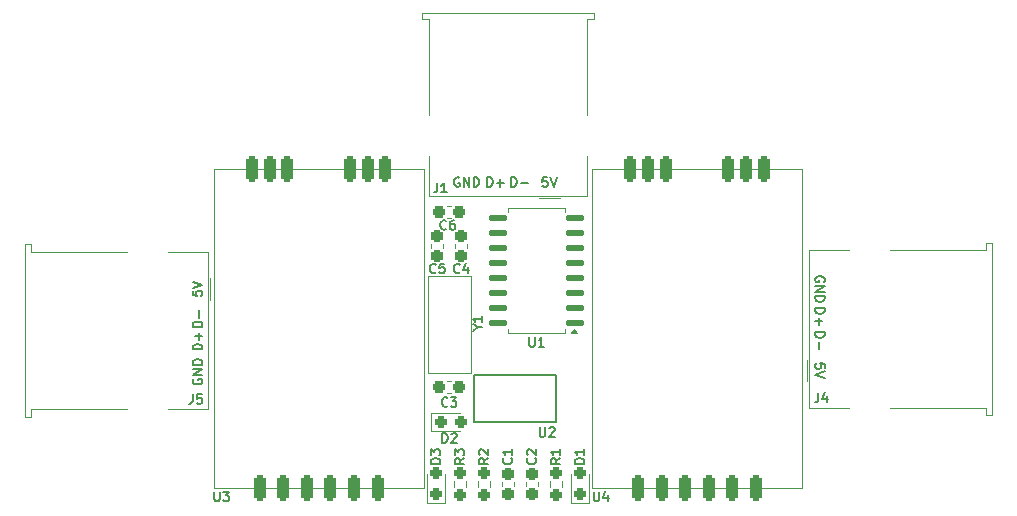
<source format=gto>
G04 #@! TF.GenerationSoftware,KiCad,Pcbnew,8.0.5*
G04 #@! TF.CreationDate,2024-09-26T10:19:01+02:00*
G04 #@! TF.ProjectId,BL-R8812AF1 2x mount,424c2d52-3838-4313-9241-463120327820,rev?*
G04 #@! TF.SameCoordinates,Original*
G04 #@! TF.FileFunction,Legend,Top*
G04 #@! TF.FilePolarity,Positive*
%FSLAX46Y46*%
G04 Gerber Fmt 4.6, Leading zero omitted, Abs format (unit mm)*
G04 Created by KiCad (PCBNEW 8.0.5) date 2024-09-26 10:19:01*
%MOMM*%
%LPD*%
G01*
G04 APERTURE LIST*
G04 Aperture macros list*
%AMRoundRect*
0 Rectangle with rounded corners*
0 $1 Rounding radius*
0 $2 $3 $4 $5 $6 $7 $8 $9 X,Y pos of 4 corners*
0 Add a 4 corners polygon primitive as box body*
4,1,4,$2,$3,$4,$5,$6,$7,$8,$9,$2,$3,0*
0 Add four circle primitives for the rounded corners*
1,1,$1+$1,$2,$3*
1,1,$1+$1,$4,$5*
1,1,$1+$1,$6,$7*
1,1,$1+$1,$8,$9*
0 Add four rect primitives between the rounded corners*
20,1,$1+$1,$2,$3,$4,$5,0*
20,1,$1+$1,$4,$5,$6,$7,0*
20,1,$1+$1,$6,$7,$8,$9,0*
20,1,$1+$1,$8,$9,$2,$3,0*%
G04 Aperture macros list end*
%ADD10C,0.150000*%
%ADD11C,0.120000*%
%ADD12C,0.100000*%
%ADD13C,0.152400*%
%ADD14RoundRect,0.237500X-0.287500X-0.237500X0.287500X-0.237500X0.287500X0.237500X-0.287500X0.237500X0*%
%ADD15RoundRect,0.237500X0.300000X0.237500X-0.300000X0.237500X-0.300000X-0.237500X0.300000X-0.237500X0*%
%ADD16RoundRect,0.237500X0.237500X-0.300000X0.237500X0.300000X-0.237500X0.300000X-0.237500X-0.300000X0*%
%ADD17RoundRect,0.237500X0.237500X-0.287500X0.237500X0.287500X-0.237500X0.287500X-0.237500X-0.287500X0*%
%ADD18RoundRect,0.237500X-0.237500X0.250000X-0.237500X-0.250000X0.237500X-0.250000X0.237500X0.250000X0*%
%ADD19RoundRect,0.237500X0.237500X-0.250000X0.237500X0.250000X-0.237500X0.250000X-0.237500X-0.250000X0*%
%ADD20RoundRect,0.237500X-0.237500X0.300000X-0.237500X-0.300000X0.237500X-0.300000X0.237500X0.300000X0*%
%ADD21R,2.400000X3.150000*%
%ADD22C,4.000000*%
%ADD23RoundRect,0.275000X0.275000X-0.825000X0.275000X0.825000X-0.275000X0.825000X-0.275000X-0.825000X0*%
%ADD24RoundRect,0.137500X0.662500X0.137500X-0.662500X0.137500X-0.662500X-0.137500X0.662500X-0.137500X0*%
%ADD25R,1.600000X1.500000*%
%ADD26C,1.600000*%
%ADD27C,3.000000*%
%ADD28R,1.500000X1.600000*%
%ADD29R,3.200400X1.549400*%
%ADD30R,0.900800X1.549400*%
G04 APERTURE END LIST*
D10*
X100313295Y-85689887D02*
X100313295Y-86070839D01*
X100313295Y-86070839D02*
X100694247Y-86108935D01*
X100694247Y-86108935D02*
X100656152Y-86070839D01*
X100656152Y-86070839D02*
X100618057Y-85994649D01*
X100618057Y-85994649D02*
X100618057Y-85804173D01*
X100618057Y-85804173D02*
X100656152Y-85727982D01*
X100656152Y-85727982D02*
X100694247Y-85689887D01*
X100694247Y-85689887D02*
X100770438Y-85651792D01*
X100770438Y-85651792D02*
X100960914Y-85651792D01*
X100960914Y-85651792D02*
X101037104Y-85689887D01*
X101037104Y-85689887D02*
X101075200Y-85727982D01*
X101075200Y-85727982D02*
X101113295Y-85804173D01*
X101113295Y-85804173D02*
X101113295Y-85994649D01*
X101113295Y-85994649D02*
X101075200Y-86070839D01*
X101075200Y-86070839D02*
X101037104Y-86108935D01*
X100313295Y-85423220D02*
X101113295Y-85156553D01*
X101113295Y-85156553D02*
X100313295Y-84889887D01*
X153813704Y-92237112D02*
X153813704Y-91856160D01*
X153813704Y-91856160D02*
X153432752Y-91818064D01*
X153432752Y-91818064D02*
X153470847Y-91856160D01*
X153470847Y-91856160D02*
X153508942Y-91932350D01*
X153508942Y-91932350D02*
X153508942Y-92122826D01*
X153508942Y-92122826D02*
X153470847Y-92199017D01*
X153470847Y-92199017D02*
X153432752Y-92237112D01*
X153432752Y-92237112D02*
X153356561Y-92275207D01*
X153356561Y-92275207D02*
X153166085Y-92275207D01*
X153166085Y-92275207D02*
X153089895Y-92237112D01*
X153089895Y-92237112D02*
X153051800Y-92199017D01*
X153051800Y-92199017D02*
X153013704Y-92122826D01*
X153013704Y-92122826D02*
X153013704Y-91932350D01*
X153013704Y-91932350D02*
X153051800Y-91856160D01*
X153051800Y-91856160D02*
X153089895Y-91818064D01*
X153813704Y-92503779D02*
X153013704Y-92770446D01*
X153013704Y-92770446D02*
X153813704Y-93037112D01*
X130337112Y-76056295D02*
X129956160Y-76056295D01*
X129956160Y-76056295D02*
X129918064Y-76437247D01*
X129918064Y-76437247D02*
X129956160Y-76399152D01*
X129956160Y-76399152D02*
X130032350Y-76361057D01*
X130032350Y-76361057D02*
X130222826Y-76361057D01*
X130222826Y-76361057D02*
X130299017Y-76399152D01*
X130299017Y-76399152D02*
X130337112Y-76437247D01*
X130337112Y-76437247D02*
X130375207Y-76513438D01*
X130375207Y-76513438D02*
X130375207Y-76703914D01*
X130375207Y-76703914D02*
X130337112Y-76780104D01*
X130337112Y-76780104D02*
X130299017Y-76818200D01*
X130299017Y-76818200D02*
X130222826Y-76856295D01*
X130222826Y-76856295D02*
X130032350Y-76856295D01*
X130032350Y-76856295D02*
X129956160Y-76818200D01*
X129956160Y-76818200D02*
X129918064Y-76780104D01*
X130603779Y-76056295D02*
X130870446Y-76856295D01*
X130870446Y-76856295D02*
X131137112Y-76056295D01*
X100351390Y-93144792D02*
X100313295Y-93220982D01*
X100313295Y-93220982D02*
X100313295Y-93335268D01*
X100313295Y-93335268D02*
X100351390Y-93449554D01*
X100351390Y-93449554D02*
X100427580Y-93525744D01*
X100427580Y-93525744D02*
X100503771Y-93563839D01*
X100503771Y-93563839D02*
X100656152Y-93601935D01*
X100656152Y-93601935D02*
X100770438Y-93601935D01*
X100770438Y-93601935D02*
X100922819Y-93563839D01*
X100922819Y-93563839D02*
X100999009Y-93525744D01*
X100999009Y-93525744D02*
X101075200Y-93449554D01*
X101075200Y-93449554D02*
X101113295Y-93335268D01*
X101113295Y-93335268D02*
X101113295Y-93259077D01*
X101113295Y-93259077D02*
X101075200Y-93144792D01*
X101075200Y-93144792D02*
X101037104Y-93106696D01*
X101037104Y-93106696D02*
X100770438Y-93106696D01*
X100770438Y-93106696D02*
X100770438Y-93259077D01*
X101113295Y-92763839D02*
X100313295Y-92763839D01*
X100313295Y-92763839D02*
X101113295Y-92306696D01*
X101113295Y-92306696D02*
X100313295Y-92306696D01*
X101113295Y-91925744D02*
X100313295Y-91925744D01*
X100313295Y-91925744D02*
X100313295Y-91735268D01*
X100313295Y-91735268D02*
X100351390Y-91620982D01*
X100351390Y-91620982D02*
X100427580Y-91544792D01*
X100427580Y-91544792D02*
X100503771Y-91506697D01*
X100503771Y-91506697D02*
X100656152Y-91468601D01*
X100656152Y-91468601D02*
X100770438Y-91468601D01*
X100770438Y-91468601D02*
X100922819Y-91506697D01*
X100922819Y-91506697D02*
X100999009Y-91544792D01*
X100999009Y-91544792D02*
X101075200Y-91620982D01*
X101075200Y-91620982D02*
X101113295Y-91735268D01*
X101113295Y-91735268D02*
X101113295Y-91925744D01*
X122882207Y-76094390D02*
X122806017Y-76056295D01*
X122806017Y-76056295D02*
X122691731Y-76056295D01*
X122691731Y-76056295D02*
X122577445Y-76094390D01*
X122577445Y-76094390D02*
X122501255Y-76170580D01*
X122501255Y-76170580D02*
X122463160Y-76246771D01*
X122463160Y-76246771D02*
X122425064Y-76399152D01*
X122425064Y-76399152D02*
X122425064Y-76513438D01*
X122425064Y-76513438D02*
X122463160Y-76665819D01*
X122463160Y-76665819D02*
X122501255Y-76742009D01*
X122501255Y-76742009D02*
X122577445Y-76818200D01*
X122577445Y-76818200D02*
X122691731Y-76856295D01*
X122691731Y-76856295D02*
X122767922Y-76856295D01*
X122767922Y-76856295D02*
X122882207Y-76818200D01*
X122882207Y-76818200D02*
X122920303Y-76780104D01*
X122920303Y-76780104D02*
X122920303Y-76513438D01*
X122920303Y-76513438D02*
X122767922Y-76513438D01*
X123263160Y-76856295D02*
X123263160Y-76056295D01*
X123263160Y-76056295D02*
X123720303Y-76856295D01*
X123720303Y-76856295D02*
X123720303Y-76056295D01*
X124101255Y-76856295D02*
X124101255Y-76056295D01*
X124101255Y-76056295D02*
X124291731Y-76056295D01*
X124291731Y-76056295D02*
X124406017Y-76094390D01*
X124406017Y-76094390D02*
X124482207Y-76170580D01*
X124482207Y-76170580D02*
X124520302Y-76246771D01*
X124520302Y-76246771D02*
X124558398Y-76399152D01*
X124558398Y-76399152D02*
X124558398Y-76513438D01*
X124558398Y-76513438D02*
X124520302Y-76665819D01*
X124520302Y-76665819D02*
X124482207Y-76742009D01*
X124482207Y-76742009D02*
X124406017Y-76818200D01*
X124406017Y-76818200D02*
X124291731Y-76856295D01*
X124291731Y-76856295D02*
X124101255Y-76856295D01*
X153775609Y-84909207D02*
X153813704Y-84833017D01*
X153813704Y-84833017D02*
X153813704Y-84718731D01*
X153813704Y-84718731D02*
X153775609Y-84604445D01*
X153775609Y-84604445D02*
X153699419Y-84528255D01*
X153699419Y-84528255D02*
X153623228Y-84490160D01*
X153623228Y-84490160D02*
X153470847Y-84452064D01*
X153470847Y-84452064D02*
X153356561Y-84452064D01*
X153356561Y-84452064D02*
X153204180Y-84490160D01*
X153204180Y-84490160D02*
X153127990Y-84528255D01*
X153127990Y-84528255D02*
X153051800Y-84604445D01*
X153051800Y-84604445D02*
X153013704Y-84718731D01*
X153013704Y-84718731D02*
X153013704Y-84794922D01*
X153013704Y-84794922D02*
X153051800Y-84909207D01*
X153051800Y-84909207D02*
X153089895Y-84947303D01*
X153089895Y-84947303D02*
X153356561Y-84947303D01*
X153356561Y-84947303D02*
X153356561Y-84794922D01*
X153013704Y-85290160D02*
X153813704Y-85290160D01*
X153813704Y-85290160D02*
X153013704Y-85747303D01*
X153013704Y-85747303D02*
X153813704Y-85747303D01*
X153013704Y-86128255D02*
X153813704Y-86128255D01*
X153813704Y-86128255D02*
X153813704Y-86318731D01*
X153813704Y-86318731D02*
X153775609Y-86433017D01*
X153775609Y-86433017D02*
X153699419Y-86509207D01*
X153699419Y-86509207D02*
X153623228Y-86547302D01*
X153623228Y-86547302D02*
X153470847Y-86585398D01*
X153470847Y-86585398D02*
X153356561Y-86585398D01*
X153356561Y-86585398D02*
X153204180Y-86547302D01*
X153204180Y-86547302D02*
X153127990Y-86509207D01*
X153127990Y-86509207D02*
X153051800Y-86433017D01*
X153051800Y-86433017D02*
X153013704Y-86318731D01*
X153013704Y-86318731D02*
X153013704Y-86128255D01*
X101113295Y-88737839D02*
X100313295Y-88737839D01*
X100313295Y-88737839D02*
X100313295Y-88547363D01*
X100313295Y-88547363D02*
X100351390Y-88433077D01*
X100351390Y-88433077D02*
X100427580Y-88356887D01*
X100427580Y-88356887D02*
X100503771Y-88318792D01*
X100503771Y-88318792D02*
X100656152Y-88280696D01*
X100656152Y-88280696D02*
X100770438Y-88280696D01*
X100770438Y-88280696D02*
X100922819Y-88318792D01*
X100922819Y-88318792D02*
X100999009Y-88356887D01*
X100999009Y-88356887D02*
X101075200Y-88433077D01*
X101075200Y-88433077D02*
X101113295Y-88547363D01*
X101113295Y-88547363D02*
X101113295Y-88737839D01*
X100808533Y-87937839D02*
X100808533Y-87328316D01*
X127289160Y-76856295D02*
X127289160Y-76056295D01*
X127289160Y-76056295D02*
X127479636Y-76056295D01*
X127479636Y-76056295D02*
X127593922Y-76094390D01*
X127593922Y-76094390D02*
X127670112Y-76170580D01*
X127670112Y-76170580D02*
X127708207Y-76246771D01*
X127708207Y-76246771D02*
X127746303Y-76399152D01*
X127746303Y-76399152D02*
X127746303Y-76513438D01*
X127746303Y-76513438D02*
X127708207Y-76665819D01*
X127708207Y-76665819D02*
X127670112Y-76742009D01*
X127670112Y-76742009D02*
X127593922Y-76818200D01*
X127593922Y-76818200D02*
X127479636Y-76856295D01*
X127479636Y-76856295D02*
X127289160Y-76856295D01*
X128089160Y-76551533D02*
X128698684Y-76551533D01*
X153013704Y-89189160D02*
X153813704Y-89189160D01*
X153813704Y-89189160D02*
X153813704Y-89379636D01*
X153813704Y-89379636D02*
X153775609Y-89493922D01*
X153775609Y-89493922D02*
X153699419Y-89570112D01*
X153699419Y-89570112D02*
X153623228Y-89608207D01*
X153623228Y-89608207D02*
X153470847Y-89646303D01*
X153470847Y-89646303D02*
X153356561Y-89646303D01*
X153356561Y-89646303D02*
X153204180Y-89608207D01*
X153204180Y-89608207D02*
X153127990Y-89570112D01*
X153127990Y-89570112D02*
X153051800Y-89493922D01*
X153051800Y-89493922D02*
X153013704Y-89379636D01*
X153013704Y-89379636D02*
X153013704Y-89189160D01*
X153318466Y-89989160D02*
X153318466Y-90598684D01*
X153013704Y-87157160D02*
X153813704Y-87157160D01*
X153813704Y-87157160D02*
X153813704Y-87347636D01*
X153813704Y-87347636D02*
X153775609Y-87461922D01*
X153775609Y-87461922D02*
X153699419Y-87538112D01*
X153699419Y-87538112D02*
X153623228Y-87576207D01*
X153623228Y-87576207D02*
X153470847Y-87614303D01*
X153470847Y-87614303D02*
X153356561Y-87614303D01*
X153356561Y-87614303D02*
X153204180Y-87576207D01*
X153204180Y-87576207D02*
X153127990Y-87538112D01*
X153127990Y-87538112D02*
X153051800Y-87461922D01*
X153051800Y-87461922D02*
X153013704Y-87347636D01*
X153013704Y-87347636D02*
X153013704Y-87157160D01*
X153318466Y-87957160D02*
X153318466Y-88566684D01*
X153013704Y-88261922D02*
X153623228Y-88261922D01*
X101113295Y-90642839D02*
X100313295Y-90642839D01*
X100313295Y-90642839D02*
X100313295Y-90452363D01*
X100313295Y-90452363D02*
X100351390Y-90338077D01*
X100351390Y-90338077D02*
X100427580Y-90261887D01*
X100427580Y-90261887D02*
X100503771Y-90223792D01*
X100503771Y-90223792D02*
X100656152Y-90185696D01*
X100656152Y-90185696D02*
X100770438Y-90185696D01*
X100770438Y-90185696D02*
X100922819Y-90223792D01*
X100922819Y-90223792D02*
X100999009Y-90261887D01*
X100999009Y-90261887D02*
X101075200Y-90338077D01*
X101075200Y-90338077D02*
X101113295Y-90452363D01*
X101113295Y-90452363D02*
X101113295Y-90642839D01*
X100808533Y-89842839D02*
X100808533Y-89233316D01*
X101113295Y-89538077D02*
X100503771Y-89538077D01*
X125257160Y-76856295D02*
X125257160Y-76056295D01*
X125257160Y-76056295D02*
X125447636Y-76056295D01*
X125447636Y-76056295D02*
X125561922Y-76094390D01*
X125561922Y-76094390D02*
X125638112Y-76170580D01*
X125638112Y-76170580D02*
X125676207Y-76246771D01*
X125676207Y-76246771D02*
X125714303Y-76399152D01*
X125714303Y-76399152D02*
X125714303Y-76513438D01*
X125714303Y-76513438D02*
X125676207Y-76665819D01*
X125676207Y-76665819D02*
X125638112Y-76742009D01*
X125638112Y-76742009D02*
X125561922Y-76818200D01*
X125561922Y-76818200D02*
X125447636Y-76856295D01*
X125447636Y-76856295D02*
X125257160Y-76856295D01*
X126057160Y-76551533D02*
X126666684Y-76551533D01*
X126361922Y-76856295D02*
X126361922Y-76246771D01*
X121456524Y-98533295D02*
X121456524Y-97733295D01*
X121456524Y-97733295D02*
X121647000Y-97733295D01*
X121647000Y-97733295D02*
X121761286Y-97771390D01*
X121761286Y-97771390D02*
X121837476Y-97847580D01*
X121837476Y-97847580D02*
X121875571Y-97923771D01*
X121875571Y-97923771D02*
X121913667Y-98076152D01*
X121913667Y-98076152D02*
X121913667Y-98190438D01*
X121913667Y-98190438D02*
X121875571Y-98342819D01*
X121875571Y-98342819D02*
X121837476Y-98419009D01*
X121837476Y-98419009D02*
X121761286Y-98495200D01*
X121761286Y-98495200D02*
X121647000Y-98533295D01*
X121647000Y-98533295D02*
X121456524Y-98533295D01*
X122218428Y-97809485D02*
X122256524Y-97771390D01*
X122256524Y-97771390D02*
X122332714Y-97733295D01*
X122332714Y-97733295D02*
X122523190Y-97733295D01*
X122523190Y-97733295D02*
X122599381Y-97771390D01*
X122599381Y-97771390D02*
X122637476Y-97809485D01*
X122637476Y-97809485D02*
X122675571Y-97885676D01*
X122675571Y-97885676D02*
X122675571Y-97961866D01*
X122675571Y-97961866D02*
X122637476Y-98076152D01*
X122637476Y-98076152D02*
X122180333Y-98533295D01*
X122180333Y-98533295D02*
X122675571Y-98533295D01*
X121786667Y-80423104D02*
X121748571Y-80461200D01*
X121748571Y-80461200D02*
X121634286Y-80499295D01*
X121634286Y-80499295D02*
X121558095Y-80499295D01*
X121558095Y-80499295D02*
X121443809Y-80461200D01*
X121443809Y-80461200D02*
X121367619Y-80385009D01*
X121367619Y-80385009D02*
X121329524Y-80308819D01*
X121329524Y-80308819D02*
X121291428Y-80156438D01*
X121291428Y-80156438D02*
X121291428Y-80042152D01*
X121291428Y-80042152D02*
X121329524Y-79889771D01*
X121329524Y-79889771D02*
X121367619Y-79813580D01*
X121367619Y-79813580D02*
X121443809Y-79737390D01*
X121443809Y-79737390D02*
X121558095Y-79699295D01*
X121558095Y-79699295D02*
X121634286Y-79699295D01*
X121634286Y-79699295D02*
X121748571Y-79737390D01*
X121748571Y-79737390D02*
X121786667Y-79775485D01*
X122472381Y-79699295D02*
X122320000Y-79699295D01*
X122320000Y-79699295D02*
X122243809Y-79737390D01*
X122243809Y-79737390D02*
X122205714Y-79775485D01*
X122205714Y-79775485D02*
X122129524Y-79889771D01*
X122129524Y-79889771D02*
X122091428Y-80042152D01*
X122091428Y-80042152D02*
X122091428Y-80346914D01*
X122091428Y-80346914D02*
X122129524Y-80423104D01*
X122129524Y-80423104D02*
X122167619Y-80461200D01*
X122167619Y-80461200D02*
X122243809Y-80499295D01*
X122243809Y-80499295D02*
X122396190Y-80499295D01*
X122396190Y-80499295D02*
X122472381Y-80461200D01*
X122472381Y-80461200D02*
X122510476Y-80423104D01*
X122510476Y-80423104D02*
X122548571Y-80346914D01*
X122548571Y-80346914D02*
X122548571Y-80156438D01*
X122548571Y-80156438D02*
X122510476Y-80080247D01*
X122510476Y-80080247D02*
X122472381Y-80042152D01*
X122472381Y-80042152D02*
X122396190Y-80004057D01*
X122396190Y-80004057D02*
X122243809Y-80004057D01*
X122243809Y-80004057D02*
X122167619Y-80042152D01*
X122167619Y-80042152D02*
X122129524Y-80080247D01*
X122129524Y-80080247D02*
X122091428Y-80156438D01*
X122929667Y-84106104D02*
X122891571Y-84144200D01*
X122891571Y-84144200D02*
X122777286Y-84182295D01*
X122777286Y-84182295D02*
X122701095Y-84182295D01*
X122701095Y-84182295D02*
X122586809Y-84144200D01*
X122586809Y-84144200D02*
X122510619Y-84068009D01*
X122510619Y-84068009D02*
X122472524Y-83991819D01*
X122472524Y-83991819D02*
X122434428Y-83839438D01*
X122434428Y-83839438D02*
X122434428Y-83725152D01*
X122434428Y-83725152D02*
X122472524Y-83572771D01*
X122472524Y-83572771D02*
X122510619Y-83496580D01*
X122510619Y-83496580D02*
X122586809Y-83420390D01*
X122586809Y-83420390D02*
X122701095Y-83382295D01*
X122701095Y-83382295D02*
X122777286Y-83382295D01*
X122777286Y-83382295D02*
X122891571Y-83420390D01*
X122891571Y-83420390D02*
X122929667Y-83458485D01*
X123615381Y-83648961D02*
X123615381Y-84182295D01*
X123424905Y-83344200D02*
X123234428Y-83915628D01*
X123234428Y-83915628D02*
X123729667Y-83915628D01*
X120897667Y-84106104D02*
X120859571Y-84144200D01*
X120859571Y-84144200D02*
X120745286Y-84182295D01*
X120745286Y-84182295D02*
X120669095Y-84182295D01*
X120669095Y-84182295D02*
X120554809Y-84144200D01*
X120554809Y-84144200D02*
X120478619Y-84068009D01*
X120478619Y-84068009D02*
X120440524Y-83991819D01*
X120440524Y-83991819D02*
X120402428Y-83839438D01*
X120402428Y-83839438D02*
X120402428Y-83725152D01*
X120402428Y-83725152D02*
X120440524Y-83572771D01*
X120440524Y-83572771D02*
X120478619Y-83496580D01*
X120478619Y-83496580D02*
X120554809Y-83420390D01*
X120554809Y-83420390D02*
X120669095Y-83382295D01*
X120669095Y-83382295D02*
X120745286Y-83382295D01*
X120745286Y-83382295D02*
X120859571Y-83420390D01*
X120859571Y-83420390D02*
X120897667Y-83458485D01*
X121621476Y-83382295D02*
X121240524Y-83382295D01*
X121240524Y-83382295D02*
X121202428Y-83763247D01*
X121202428Y-83763247D02*
X121240524Y-83725152D01*
X121240524Y-83725152D02*
X121316714Y-83687057D01*
X121316714Y-83687057D02*
X121507190Y-83687057D01*
X121507190Y-83687057D02*
X121583381Y-83725152D01*
X121583381Y-83725152D02*
X121621476Y-83763247D01*
X121621476Y-83763247D02*
X121659571Y-83839438D01*
X121659571Y-83839438D02*
X121659571Y-84029914D01*
X121659571Y-84029914D02*
X121621476Y-84106104D01*
X121621476Y-84106104D02*
X121583381Y-84144200D01*
X121583381Y-84144200D02*
X121507190Y-84182295D01*
X121507190Y-84182295D02*
X121316714Y-84182295D01*
X121316714Y-84182295D02*
X121240524Y-84144200D01*
X121240524Y-84144200D02*
X121202428Y-84106104D01*
X121887167Y-95409104D02*
X121849071Y-95447200D01*
X121849071Y-95447200D02*
X121734786Y-95485295D01*
X121734786Y-95485295D02*
X121658595Y-95485295D01*
X121658595Y-95485295D02*
X121544309Y-95447200D01*
X121544309Y-95447200D02*
X121468119Y-95371009D01*
X121468119Y-95371009D02*
X121430024Y-95294819D01*
X121430024Y-95294819D02*
X121391928Y-95142438D01*
X121391928Y-95142438D02*
X121391928Y-95028152D01*
X121391928Y-95028152D02*
X121430024Y-94875771D01*
X121430024Y-94875771D02*
X121468119Y-94799580D01*
X121468119Y-94799580D02*
X121544309Y-94723390D01*
X121544309Y-94723390D02*
X121658595Y-94685295D01*
X121658595Y-94685295D02*
X121734786Y-94685295D01*
X121734786Y-94685295D02*
X121849071Y-94723390D01*
X121849071Y-94723390D02*
X121887167Y-94761485D01*
X122153833Y-94685295D02*
X122649071Y-94685295D01*
X122649071Y-94685295D02*
X122382405Y-94990057D01*
X122382405Y-94990057D02*
X122496690Y-94990057D01*
X122496690Y-94990057D02*
X122572881Y-95028152D01*
X122572881Y-95028152D02*
X122610976Y-95066247D01*
X122610976Y-95066247D02*
X122649071Y-95142438D01*
X122649071Y-95142438D02*
X122649071Y-95332914D01*
X122649071Y-95332914D02*
X122610976Y-95409104D01*
X122610976Y-95409104D02*
X122572881Y-95447200D01*
X122572881Y-95447200D02*
X122496690Y-95485295D01*
X122496690Y-95485295D02*
X122268119Y-95485295D01*
X122268119Y-95485295D02*
X122191928Y-95447200D01*
X122191928Y-95447200D02*
X122153833Y-95409104D01*
X121266295Y-100299475D02*
X120466295Y-100299475D01*
X120466295Y-100299475D02*
X120466295Y-100108999D01*
X120466295Y-100108999D02*
X120504390Y-99994713D01*
X120504390Y-99994713D02*
X120580580Y-99918523D01*
X120580580Y-99918523D02*
X120656771Y-99880428D01*
X120656771Y-99880428D02*
X120809152Y-99842332D01*
X120809152Y-99842332D02*
X120923438Y-99842332D01*
X120923438Y-99842332D02*
X121075819Y-99880428D01*
X121075819Y-99880428D02*
X121152009Y-99918523D01*
X121152009Y-99918523D02*
X121228200Y-99994713D01*
X121228200Y-99994713D02*
X121266295Y-100108999D01*
X121266295Y-100108999D02*
X121266295Y-100299475D01*
X120466295Y-99575666D02*
X120466295Y-99080428D01*
X120466295Y-99080428D02*
X120771057Y-99347094D01*
X120771057Y-99347094D02*
X120771057Y-99232809D01*
X120771057Y-99232809D02*
X120809152Y-99156618D01*
X120809152Y-99156618D02*
X120847247Y-99118523D01*
X120847247Y-99118523D02*
X120923438Y-99080428D01*
X120923438Y-99080428D02*
X121113914Y-99080428D01*
X121113914Y-99080428D02*
X121190104Y-99118523D01*
X121190104Y-99118523D02*
X121228200Y-99156618D01*
X121228200Y-99156618D02*
X121266295Y-99232809D01*
X121266295Y-99232809D02*
X121266295Y-99461380D01*
X121266295Y-99461380D02*
X121228200Y-99537571D01*
X121228200Y-99537571D02*
X121190104Y-99575666D01*
X123298295Y-99842332D02*
X122917342Y-100108999D01*
X123298295Y-100299475D02*
X122498295Y-100299475D01*
X122498295Y-100299475D02*
X122498295Y-99994713D01*
X122498295Y-99994713D02*
X122536390Y-99918523D01*
X122536390Y-99918523D02*
X122574485Y-99880428D01*
X122574485Y-99880428D02*
X122650676Y-99842332D01*
X122650676Y-99842332D02*
X122764961Y-99842332D01*
X122764961Y-99842332D02*
X122841152Y-99880428D01*
X122841152Y-99880428D02*
X122879247Y-99918523D01*
X122879247Y-99918523D02*
X122917342Y-99994713D01*
X122917342Y-99994713D02*
X122917342Y-100299475D01*
X122498295Y-99575666D02*
X122498295Y-99080428D01*
X122498295Y-99080428D02*
X122803057Y-99347094D01*
X122803057Y-99347094D02*
X122803057Y-99232809D01*
X122803057Y-99232809D02*
X122841152Y-99156618D01*
X122841152Y-99156618D02*
X122879247Y-99118523D01*
X122879247Y-99118523D02*
X122955438Y-99080428D01*
X122955438Y-99080428D02*
X123145914Y-99080428D01*
X123145914Y-99080428D02*
X123222104Y-99118523D01*
X123222104Y-99118523D02*
X123260200Y-99156618D01*
X123260200Y-99156618D02*
X123298295Y-99232809D01*
X123298295Y-99232809D02*
X123298295Y-99461380D01*
X123298295Y-99461380D02*
X123260200Y-99537571D01*
X123260200Y-99537571D02*
X123222104Y-99575666D01*
X125330295Y-99842332D02*
X124949342Y-100108999D01*
X125330295Y-100299475D02*
X124530295Y-100299475D01*
X124530295Y-100299475D02*
X124530295Y-99994713D01*
X124530295Y-99994713D02*
X124568390Y-99918523D01*
X124568390Y-99918523D02*
X124606485Y-99880428D01*
X124606485Y-99880428D02*
X124682676Y-99842332D01*
X124682676Y-99842332D02*
X124796961Y-99842332D01*
X124796961Y-99842332D02*
X124873152Y-99880428D01*
X124873152Y-99880428D02*
X124911247Y-99918523D01*
X124911247Y-99918523D02*
X124949342Y-99994713D01*
X124949342Y-99994713D02*
X124949342Y-100299475D01*
X124606485Y-99537571D02*
X124568390Y-99499475D01*
X124568390Y-99499475D02*
X124530295Y-99423285D01*
X124530295Y-99423285D02*
X124530295Y-99232809D01*
X124530295Y-99232809D02*
X124568390Y-99156618D01*
X124568390Y-99156618D02*
X124606485Y-99118523D01*
X124606485Y-99118523D02*
X124682676Y-99080428D01*
X124682676Y-99080428D02*
X124758866Y-99080428D01*
X124758866Y-99080428D02*
X124873152Y-99118523D01*
X124873152Y-99118523D02*
X125330295Y-99575666D01*
X125330295Y-99575666D02*
X125330295Y-99080428D01*
X127286104Y-99842332D02*
X127324200Y-99880428D01*
X127324200Y-99880428D02*
X127362295Y-99994713D01*
X127362295Y-99994713D02*
X127362295Y-100070904D01*
X127362295Y-100070904D02*
X127324200Y-100185190D01*
X127324200Y-100185190D02*
X127248009Y-100261380D01*
X127248009Y-100261380D02*
X127171819Y-100299475D01*
X127171819Y-100299475D02*
X127019438Y-100337571D01*
X127019438Y-100337571D02*
X126905152Y-100337571D01*
X126905152Y-100337571D02*
X126752771Y-100299475D01*
X126752771Y-100299475D02*
X126676580Y-100261380D01*
X126676580Y-100261380D02*
X126600390Y-100185190D01*
X126600390Y-100185190D02*
X126562295Y-100070904D01*
X126562295Y-100070904D02*
X126562295Y-99994713D01*
X126562295Y-99994713D02*
X126600390Y-99880428D01*
X126600390Y-99880428D02*
X126638485Y-99842332D01*
X127362295Y-99080428D02*
X127362295Y-99537571D01*
X127362295Y-99308999D02*
X126562295Y-99308999D01*
X126562295Y-99308999D02*
X126676580Y-99385190D01*
X126676580Y-99385190D02*
X126752771Y-99461380D01*
X126752771Y-99461380D02*
X126790866Y-99537571D01*
X133458295Y-100299475D02*
X132658295Y-100299475D01*
X132658295Y-100299475D02*
X132658295Y-100108999D01*
X132658295Y-100108999D02*
X132696390Y-99994713D01*
X132696390Y-99994713D02*
X132772580Y-99918523D01*
X132772580Y-99918523D02*
X132848771Y-99880428D01*
X132848771Y-99880428D02*
X133001152Y-99842332D01*
X133001152Y-99842332D02*
X133115438Y-99842332D01*
X133115438Y-99842332D02*
X133267819Y-99880428D01*
X133267819Y-99880428D02*
X133344009Y-99918523D01*
X133344009Y-99918523D02*
X133420200Y-99994713D01*
X133420200Y-99994713D02*
X133458295Y-100108999D01*
X133458295Y-100108999D02*
X133458295Y-100299475D01*
X133458295Y-99080428D02*
X133458295Y-99537571D01*
X133458295Y-99308999D02*
X132658295Y-99308999D01*
X132658295Y-99308999D02*
X132772580Y-99385190D01*
X132772580Y-99385190D02*
X132848771Y-99461380D01*
X132848771Y-99461380D02*
X132886866Y-99537571D01*
X131426295Y-99842332D02*
X131045342Y-100108999D01*
X131426295Y-100299475D02*
X130626295Y-100299475D01*
X130626295Y-100299475D02*
X130626295Y-99994713D01*
X130626295Y-99994713D02*
X130664390Y-99918523D01*
X130664390Y-99918523D02*
X130702485Y-99880428D01*
X130702485Y-99880428D02*
X130778676Y-99842332D01*
X130778676Y-99842332D02*
X130892961Y-99842332D01*
X130892961Y-99842332D02*
X130969152Y-99880428D01*
X130969152Y-99880428D02*
X131007247Y-99918523D01*
X131007247Y-99918523D02*
X131045342Y-99994713D01*
X131045342Y-99994713D02*
X131045342Y-100299475D01*
X131426295Y-99080428D02*
X131426295Y-99537571D01*
X131426295Y-99308999D02*
X130626295Y-99308999D01*
X130626295Y-99308999D02*
X130740580Y-99385190D01*
X130740580Y-99385190D02*
X130816771Y-99461380D01*
X130816771Y-99461380D02*
X130854866Y-99537571D01*
X129318104Y-99842332D02*
X129356200Y-99880428D01*
X129356200Y-99880428D02*
X129394295Y-99994713D01*
X129394295Y-99994713D02*
X129394295Y-100070904D01*
X129394295Y-100070904D02*
X129356200Y-100185190D01*
X129356200Y-100185190D02*
X129280009Y-100261380D01*
X129280009Y-100261380D02*
X129203819Y-100299475D01*
X129203819Y-100299475D02*
X129051438Y-100337571D01*
X129051438Y-100337571D02*
X128937152Y-100337571D01*
X128937152Y-100337571D02*
X128784771Y-100299475D01*
X128784771Y-100299475D02*
X128708580Y-100261380D01*
X128708580Y-100261380D02*
X128632390Y-100185190D01*
X128632390Y-100185190D02*
X128594295Y-100070904D01*
X128594295Y-100070904D02*
X128594295Y-99994713D01*
X128594295Y-99994713D02*
X128632390Y-99880428D01*
X128632390Y-99880428D02*
X128670485Y-99842332D01*
X128670485Y-99537571D02*
X128632390Y-99499475D01*
X128632390Y-99499475D02*
X128594295Y-99423285D01*
X128594295Y-99423285D02*
X128594295Y-99232809D01*
X128594295Y-99232809D02*
X128632390Y-99156618D01*
X128632390Y-99156618D02*
X128670485Y-99118523D01*
X128670485Y-99118523D02*
X128746676Y-99080428D01*
X128746676Y-99080428D02*
X128822866Y-99080428D01*
X128822866Y-99080428D02*
X128937152Y-99118523D01*
X128937152Y-99118523D02*
X129394295Y-99575666D01*
X129394295Y-99575666D02*
X129394295Y-99080428D01*
X124441342Y-88772951D02*
X124822295Y-88772951D01*
X124022295Y-89039618D02*
X124441342Y-88772951D01*
X124441342Y-88772951D02*
X124022295Y-88506285D01*
X124822295Y-87820571D02*
X124822295Y-88277714D01*
X124822295Y-88049142D02*
X124022295Y-88049142D01*
X124022295Y-88049142D02*
X124136580Y-88125333D01*
X124136580Y-88125333D02*
X124212771Y-88201523D01*
X124212771Y-88201523D02*
X124250866Y-88277714D01*
X134264476Y-102686295D02*
X134264476Y-103333914D01*
X134264476Y-103333914D02*
X134302571Y-103410104D01*
X134302571Y-103410104D02*
X134340666Y-103448200D01*
X134340666Y-103448200D02*
X134416857Y-103486295D01*
X134416857Y-103486295D02*
X134569238Y-103486295D01*
X134569238Y-103486295D02*
X134645428Y-103448200D01*
X134645428Y-103448200D02*
X134683523Y-103410104D01*
X134683523Y-103410104D02*
X134721619Y-103333914D01*
X134721619Y-103333914D02*
X134721619Y-102686295D01*
X135445428Y-102952961D02*
X135445428Y-103486295D01*
X135254952Y-102648200D02*
X135064475Y-103219628D01*
X135064475Y-103219628D02*
X135559714Y-103219628D01*
X128803476Y-89609295D02*
X128803476Y-90256914D01*
X128803476Y-90256914D02*
X128841571Y-90333104D01*
X128841571Y-90333104D02*
X128879666Y-90371200D01*
X128879666Y-90371200D02*
X128955857Y-90409295D01*
X128955857Y-90409295D02*
X129108238Y-90409295D01*
X129108238Y-90409295D02*
X129184428Y-90371200D01*
X129184428Y-90371200D02*
X129222523Y-90333104D01*
X129222523Y-90333104D02*
X129260619Y-90256914D01*
X129260619Y-90256914D02*
X129260619Y-89609295D01*
X130060618Y-90409295D02*
X129603475Y-90409295D01*
X129832047Y-90409295D02*
X129832047Y-89609295D01*
X129832047Y-89609295D02*
X129755856Y-89723580D01*
X129755856Y-89723580D02*
X129679666Y-89799771D01*
X129679666Y-89799771D02*
X129603475Y-89837866D01*
X102133476Y-102686295D02*
X102133476Y-103333914D01*
X102133476Y-103333914D02*
X102171571Y-103410104D01*
X102171571Y-103410104D02*
X102209666Y-103448200D01*
X102209666Y-103448200D02*
X102285857Y-103486295D01*
X102285857Y-103486295D02*
X102438238Y-103486295D01*
X102438238Y-103486295D02*
X102514428Y-103448200D01*
X102514428Y-103448200D02*
X102552523Y-103410104D01*
X102552523Y-103410104D02*
X102590619Y-103333914D01*
X102590619Y-103333914D02*
X102590619Y-102686295D01*
X102895380Y-102686295D02*
X103390618Y-102686295D01*
X103390618Y-102686295D02*
X103123952Y-102991057D01*
X103123952Y-102991057D02*
X103238237Y-102991057D01*
X103238237Y-102991057D02*
X103314428Y-103029152D01*
X103314428Y-103029152D02*
X103352523Y-103067247D01*
X103352523Y-103067247D02*
X103390618Y-103143438D01*
X103390618Y-103143438D02*
X103390618Y-103333914D01*
X103390618Y-103333914D02*
X103352523Y-103410104D01*
X103352523Y-103410104D02*
X103314428Y-103448200D01*
X103314428Y-103448200D02*
X103238237Y-103486295D01*
X103238237Y-103486295D02*
X103009666Y-103486295D01*
X103009666Y-103486295D02*
X102933475Y-103448200D01*
X102933475Y-103448200D02*
X102895380Y-103410104D01*
X121018333Y-76541295D02*
X121018333Y-77112723D01*
X121018333Y-77112723D02*
X120980238Y-77227009D01*
X120980238Y-77227009D02*
X120904047Y-77303200D01*
X120904047Y-77303200D02*
X120789762Y-77341295D01*
X120789762Y-77341295D02*
X120713571Y-77341295D01*
X121818333Y-77341295D02*
X121361190Y-77341295D01*
X121589762Y-77341295D02*
X121589762Y-76541295D01*
X121589762Y-76541295D02*
X121513571Y-76655580D01*
X121513571Y-76655580D02*
X121437381Y-76731771D01*
X121437381Y-76731771D02*
X121361190Y-76769866D01*
X153276333Y-94304295D02*
X153276333Y-94875723D01*
X153276333Y-94875723D02*
X153238238Y-94990009D01*
X153238238Y-94990009D02*
X153162047Y-95066200D01*
X153162047Y-95066200D02*
X153047762Y-95104295D01*
X153047762Y-95104295D02*
X152971571Y-95104295D01*
X154000143Y-94570961D02*
X154000143Y-95104295D01*
X153809667Y-94266200D02*
X153619190Y-94837628D01*
X153619190Y-94837628D02*
X154114429Y-94837628D01*
X129692476Y-97225295D02*
X129692476Y-97872914D01*
X129692476Y-97872914D02*
X129730571Y-97949104D01*
X129730571Y-97949104D02*
X129768666Y-97987200D01*
X129768666Y-97987200D02*
X129844857Y-98025295D01*
X129844857Y-98025295D02*
X129997238Y-98025295D01*
X129997238Y-98025295D02*
X130073428Y-97987200D01*
X130073428Y-97987200D02*
X130111523Y-97949104D01*
X130111523Y-97949104D02*
X130149619Y-97872914D01*
X130149619Y-97872914D02*
X130149619Y-97225295D01*
X130492475Y-97301485D02*
X130530571Y-97263390D01*
X130530571Y-97263390D02*
X130606761Y-97225295D01*
X130606761Y-97225295D02*
X130797237Y-97225295D01*
X130797237Y-97225295D02*
X130873428Y-97263390D01*
X130873428Y-97263390D02*
X130911523Y-97301485D01*
X130911523Y-97301485D02*
X130949618Y-97377676D01*
X130949618Y-97377676D02*
X130949618Y-97453866D01*
X130949618Y-97453866D02*
X130911523Y-97568152D01*
X130911523Y-97568152D02*
X130454380Y-98025295D01*
X130454380Y-98025295D02*
X130949618Y-98025295D01*
X100317333Y-94431295D02*
X100317333Y-95002723D01*
X100317333Y-95002723D02*
X100279238Y-95117009D01*
X100279238Y-95117009D02*
X100203047Y-95193200D01*
X100203047Y-95193200D02*
X100088762Y-95231295D01*
X100088762Y-95231295D02*
X100012571Y-95231295D01*
X101079238Y-94431295D02*
X100698286Y-94431295D01*
X100698286Y-94431295D02*
X100660190Y-94812247D01*
X100660190Y-94812247D02*
X100698286Y-94774152D01*
X100698286Y-94774152D02*
X100774476Y-94736057D01*
X100774476Y-94736057D02*
X100964952Y-94736057D01*
X100964952Y-94736057D02*
X101041143Y-94774152D01*
X101041143Y-94774152D02*
X101079238Y-94812247D01*
X101079238Y-94812247D02*
X101117333Y-94888438D01*
X101117333Y-94888438D02*
X101117333Y-95078914D01*
X101117333Y-95078914D02*
X101079238Y-95155104D01*
X101079238Y-95155104D02*
X101041143Y-95193200D01*
X101041143Y-95193200D02*
X100964952Y-95231295D01*
X100964952Y-95231295D02*
X100774476Y-95231295D01*
X100774476Y-95231295D02*
X100698286Y-95193200D01*
X100698286Y-95193200D02*
X100660190Y-95155104D01*
D11*
X120528000Y-96039000D02*
X120528000Y-97509000D01*
X120528000Y-97509000D02*
X122988000Y-97509000D01*
X122988000Y-96039000D02*
X120528000Y-96039000D01*
X122166767Y-79504000D02*
X121874233Y-79504000D01*
X122166767Y-78484000D02*
X121874233Y-78484000D01*
X122553000Y-82034767D02*
X122553000Y-81742233D01*
X123573000Y-82034767D02*
X123573000Y-81742233D01*
X120521000Y-82034767D02*
X120521000Y-81742233D01*
X121541000Y-82034767D02*
X121541000Y-81742233D01*
X122166767Y-94363000D02*
X121874233Y-94363000D01*
X122166767Y-93343000D02*
X121874233Y-93343000D01*
X120169000Y-103641000D02*
X121639000Y-103641000D01*
X121639000Y-103641000D02*
X121639000Y-101181000D01*
X120169000Y-101181000D02*
X120169000Y-103641000D01*
X123458500Y-101763776D02*
X123458500Y-102273224D01*
X122413500Y-101763776D02*
X122413500Y-102273224D01*
X124445500Y-102273224D02*
X124445500Y-101763776D01*
X125490500Y-102273224D02*
X125490500Y-101763776D01*
X127510000Y-101875233D02*
X127510000Y-102167767D01*
X126490000Y-101875233D02*
X126490000Y-102167767D01*
X132361000Y-103641000D02*
X133831000Y-103641000D01*
X133831000Y-103641000D02*
X133831000Y-101181000D01*
X132361000Y-101181000D02*
X132361000Y-103641000D01*
X131586500Y-101763776D02*
X131586500Y-102273224D01*
X130541500Y-101763776D02*
X130541500Y-102273224D01*
X129542000Y-101875233D02*
X129542000Y-102167767D01*
X128522000Y-101875233D02*
X128522000Y-102167767D01*
X120247000Y-84407000D02*
X123847000Y-84407000D01*
X120247000Y-84407000D02*
X120247000Y-92607000D01*
X120247000Y-92607000D02*
X123847000Y-92607000D01*
X123847000Y-92607000D02*
X123847000Y-84407000D01*
D12*
X151919001Y-75400000D02*
X151919000Y-102400001D01*
X134118999Y-102400000D01*
X134119000Y-75399999D01*
X151919001Y-75400000D01*
D11*
X127028000Y-78687000D02*
X127028000Y-78967000D01*
X127028000Y-89207000D02*
X127028000Y-88927000D01*
X129413000Y-78687000D02*
X127028000Y-78687000D01*
X129413000Y-78687000D02*
X131798000Y-78687000D01*
X129413000Y-89207000D02*
X127028000Y-89207000D01*
X129413000Y-89207000D02*
X131798000Y-89207000D01*
X131798000Y-78687000D02*
X131798000Y-78967000D01*
X131798000Y-89207000D02*
X131798000Y-88927000D01*
X132815500Y-89257000D02*
X132335500Y-89257000D01*
X132575500Y-88927000D01*
X132815500Y-89257000D01*
G36*
X132815500Y-89257000D02*
G01*
X132335500Y-89257000D01*
X132575500Y-88927000D01*
X132815500Y-89257000D01*
G37*
D12*
X119881001Y-75400001D02*
X119881000Y-102400000D01*
X102080999Y-102399999D01*
X102081000Y-75400000D01*
X119881001Y-75400001D01*
D11*
X119690000Y-62127000D02*
X119690000Y-62647000D01*
X119690000Y-62647000D02*
X120340000Y-62647000D01*
X120340000Y-70757000D02*
X120340000Y-62647000D01*
X120340000Y-77607000D02*
X120340000Y-74277000D01*
X131400000Y-77827000D02*
X129600000Y-77827000D01*
X133660000Y-62647000D02*
X133660000Y-70757000D01*
X133660000Y-62647000D02*
X134310000Y-62647000D01*
X133660000Y-77607000D02*
X120340000Y-77607000D01*
X133660000Y-77607000D02*
X133660000Y-74277000D01*
X134310000Y-62127000D02*
X119690000Y-62127000D01*
X134310000Y-62647000D02*
X134310000Y-62127000D01*
X168014000Y-96210000D02*
X168014000Y-81590000D01*
X168014000Y-81590000D02*
X167494000Y-81590000D01*
X167494000Y-96210000D02*
X168014000Y-96210000D01*
X167494000Y-95560000D02*
X167494000Y-96210000D01*
X167494000Y-95560000D02*
X159384000Y-95560000D01*
X167494000Y-81590000D02*
X167494000Y-82240000D01*
X159384000Y-82240000D02*
X167494000Y-82240000D01*
X152534000Y-95560000D02*
X155864000Y-95560000D01*
X152534000Y-95560000D02*
X152534000Y-82240000D01*
X152534000Y-82240000D02*
X155864000Y-82240000D01*
X152314000Y-93300000D02*
X152314000Y-91500000D01*
D13*
X131114800Y-96799400D02*
X131114800Y-92837000D01*
X131114800Y-92837000D02*
X124155200Y-92837000D01*
X124155200Y-96799400D02*
X131114800Y-96799400D01*
X124155200Y-92837000D02*
X124155200Y-96799400D01*
D11*
X101813000Y-84627000D02*
X101813000Y-86427000D01*
X101593000Y-95687000D02*
X98263000Y-95687000D01*
X101593000Y-82367000D02*
X101593000Y-95687000D01*
X101593000Y-82367000D02*
X98263000Y-82367000D01*
X94743000Y-95687000D02*
X86633000Y-95687000D01*
X86633000Y-96337000D02*
X86633000Y-95687000D01*
X86633000Y-82367000D02*
X94743000Y-82367000D01*
X86633000Y-82367000D02*
X86633000Y-81717000D01*
X86633000Y-81717000D02*
X86113000Y-81717000D01*
X86113000Y-96337000D02*
X86633000Y-96337000D01*
X86113000Y-81717000D02*
X86113000Y-96337000D01*
%LPC*%
D14*
X121313000Y-96774000D03*
X123063000Y-96774000D03*
D15*
X122883000Y-78994000D03*
X121158000Y-78994000D03*
D16*
X123063000Y-82751000D03*
X123063000Y-81026000D03*
X121031000Y-82751000D03*
X121031000Y-81026000D03*
D15*
X122883000Y-93853000D03*
X121158000Y-93853000D03*
D17*
X120904000Y-102856000D03*
X120904000Y-101106000D03*
D18*
X122936000Y-101106000D03*
X122936000Y-102931000D03*
D19*
X124968000Y-102931000D03*
X124968000Y-101106000D03*
D20*
X127000000Y-101159000D03*
X127000000Y-102884000D03*
D17*
X133096000Y-102856000D03*
X133096000Y-101106000D03*
D18*
X131064000Y-101106000D03*
X131064000Y-102931000D03*
D20*
X129032000Y-101159000D03*
X129032000Y-102884000D03*
D21*
X122047000Y-90932000D03*
X122047000Y-86082000D03*
D22*
X105758000Y-90899000D03*
X111158000Y-90899000D03*
X105758000Y-96299000D03*
X111158000Y-96299000D03*
X137762000Y-90899000D03*
X143162000Y-90899000D03*
X137762000Y-96299000D03*
X143162000Y-96299000D03*
X98000000Y-100400000D03*
X156000000Y-77400000D03*
D23*
X148669000Y-75399999D03*
X147169000Y-75400000D03*
X145669000Y-75400000D03*
X140369000Y-75400000D03*
X138869000Y-75399999D03*
X137369001Y-75400000D03*
X138018999Y-102400000D03*
X140018999Y-102400000D03*
X142019000Y-102400000D03*
X144019000Y-102400000D03*
X146019000Y-102400001D03*
X148019000Y-102400000D03*
D22*
X98000000Y-77400000D03*
D24*
X132663000Y-88392000D03*
X132663000Y-87122000D03*
X132663000Y-85852000D03*
X132663000Y-84582000D03*
X132663000Y-83312000D03*
X132663000Y-82042000D03*
X132663000Y-80772000D03*
X132663000Y-79502000D03*
X126163000Y-79502000D03*
X126163000Y-80772000D03*
X126163000Y-82042000D03*
X126163000Y-83312000D03*
X126163000Y-84582000D03*
X126163000Y-85852000D03*
X126163000Y-87122000D03*
X126163000Y-88392000D03*
D23*
X116631000Y-75400000D03*
X115131001Y-75400001D03*
X113631000Y-75400000D03*
X108331000Y-75399999D03*
X106830999Y-75400000D03*
X105331000Y-75400000D03*
X105981001Y-102400000D03*
X107981000Y-102400000D03*
X109981000Y-102400000D03*
X111981001Y-102399999D03*
X113981000Y-102400000D03*
X115980999Y-102400001D03*
D22*
X156000000Y-100400000D03*
D25*
X130500000Y-75227000D03*
D26*
X128000000Y-75227000D03*
X126000000Y-75227000D03*
X123500000Y-75227000D03*
D27*
X133570000Y-72517000D03*
X120430000Y-72517000D03*
X157624000Y-82330000D03*
X157624000Y-95470000D03*
D26*
X154914000Y-85400000D03*
X154914000Y-87900000D03*
X154914000Y-89900000D03*
D28*
X154914000Y-92400000D03*
D29*
X127635000Y-98044000D03*
D30*
X125335000Y-91592400D03*
X127635000Y-91592400D03*
X129935000Y-91592400D03*
D27*
X96503000Y-95597000D03*
X96503000Y-82457000D03*
D26*
X99213000Y-92527000D03*
X99213000Y-90027000D03*
X99213000Y-88027000D03*
D28*
X99213000Y-85527000D03*
%LPD*%
M02*

</source>
